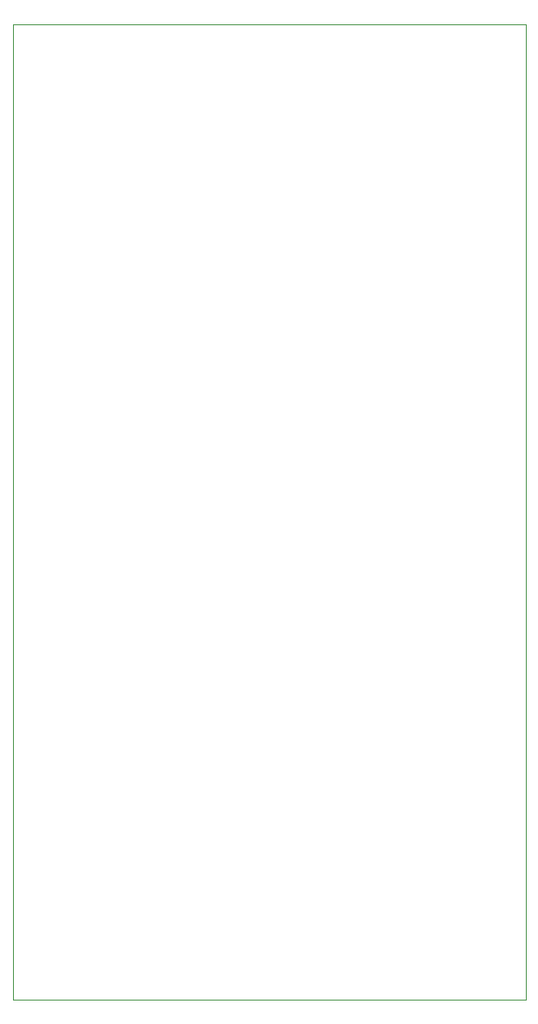
<source format=gbr>
%TF.GenerationSoftware,KiCad,Pcbnew,9.0.0*%
%TF.CreationDate,2025-03-30T15:54:25+03:00*%
%TF.ProjectId,pcb_licenta,7063625f-6c69-4636-956e-74612e6b6963,rev?*%
%TF.SameCoordinates,Original*%
%TF.FileFunction,Profile,NP*%
%FSLAX46Y46*%
G04 Gerber Fmt 4.6, Leading zero omitted, Abs format (unit mm)*
G04 Created by KiCad (PCBNEW 9.0.0) date 2025-03-30 15:54:25*
%MOMM*%
%LPD*%
G01*
G04 APERTURE LIST*
%TA.AperFunction,Profile*%
%ADD10C,0.050000*%
%TD*%
G04 APERTURE END LIST*
D10*
X76030000Y-38140000D02*
X126020000Y-38140000D01*
X126020000Y-133100000D01*
X76030000Y-133100000D01*
X76030000Y-38140000D01*
M02*

</source>
